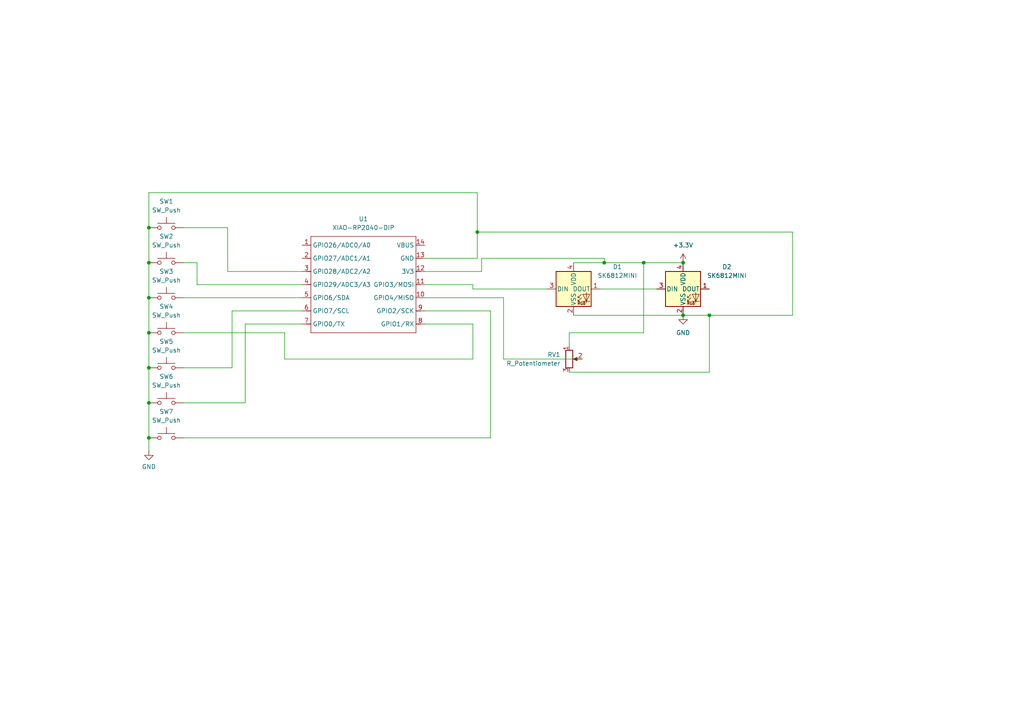
<source format=kicad_sch>
(kicad_sch (version 20250114) (generator "eeschema") (generator_version "9.0")
  (paper "A4")
  (lib_symbols
    (symbol "Device:R_Potentiometer" (pin_names (offset 1.016) (hide yes))
      (property "Reference" "RV" (at -4.445 0 90))
      (property "Value" "R_Potentiometer" (at -2.54 0 90))
      (symbol "R_Potentiometer_0_1"
        (rectangle (start 1.016 2.54) (end -1.016 -2.54) (stroke (width 0.254)))
        (polyline (pts (xy 1.143 0) (xy 2.286 0.508) (xy 2.286 -0.508) (xy 1.143 0)) (fill (type outline)))
        (polyline (pts (xy 2.54 0) (xy 1.524 0)))
      )
      (symbol "R_Potentiometer_1_1"
        (pin passive line (at 0 3.81 270) (length 1.27) (name "1") (number "1"))
        (pin passive line (at 0 -3.81 90) (length 1.27) (name "3") (number "3"))
        (pin passive line (at 3.81 0 180) (length 1.27) (name "2") (number "2"))
      )
    )
    (symbol "LED:SK6812MINI" (pin_names (offset 0.254))
      (property "Reference" "D" (at 5.08 5.715 0))
      (property "Value" "SK6812MINI" (at 1.27 -5.715 0))
      (symbol "SK6812MINI_0_0"
        (text "RGB" (at 2.286 -4.191 0) (effects (font (size 0.762 0.762))))
      )
      (symbol "SK6812MINI_0_1"
        (polyline (pts (xy 1.27 -2.54) (xy 1.778 -2.54)))
        (polyline (pts (xy 1.27 -3.556) (xy 1.778 -3.556)))
        (polyline (pts (xy 2.286 -1.524) (xy 1.27 -2.54) (xy 1.27 -2.032)))
        (polyline (pts (xy 2.286 -2.54) (xy 1.27 -3.556) (xy 1.27 -3.048)))
        (polyline (pts (xy 3.683 -1.016) (xy 3.683 -3.556) (xy 3.683 -4.064)))
        (polyline (pts (xy 4.699 -1.524) (xy 2.667 -1.524) (xy 3.683 -3.556) (xy 4.699 -1.524)))
        (polyline (pts (xy 4.699 -3.556) (xy 2.667 -3.556)))
        (rectangle (start 5.08 5.08) (end -5.08 -5.08) (stroke (width 0.254)) (fill (type background)))
      )
      (symbol "SK6812MINI_1_1"
        (pin input line (at -7.62 0 0) (length 2.54) (name "DIN") (number "3"))
        (pin power_in line (at 0 7.62 270) (length 2.54) (name "VDD") (number "4"))
        (pin power_in line (at 0 -7.62 90) (length 2.54) (name "VSS") (number "2"))
        (pin output line (at 7.62 0 180) (length 2.54) (name "DOUT") (number "1"))
      )
    )
    (symbol "Seeed_Studio_XIAO_Series:XIAO-RP2040-DIP"
      (property "Reference" "U" (at 0 0 0))
      (property "Value" "XIAO-RP2040-DIP" (at 5.334 -1.778 0))
      (symbol "XIAO-RP2040-DIP_1_0"
        (polyline (pts (xy -1.27 -2.54) (xy 29.21 -2.54)) (stroke (width 0.1524)))
        (polyline (pts (xy -1.27 -5.08) (xy -2.54 -5.08)) (stroke (width 0.1524)))
        (polyline (pts (xy -1.27 -5.08) (xy -1.27 -2.54)) (stroke (width 0.1524)))
        (polyline (pts (xy -1.27 -8.89) (xy -2.54 -8.89)) (stroke (width 0.1524)))
        (polyline (pts (xy -1.27 -8.89) (xy -1.27 -5.08)) (stroke (width 0.1524)))
        (polyline (pts (xy -1.27 -12.7) (xy -2.54 -12.7)) (stroke (width 0.1524)))
        (polyline (pts (xy -1.27 -12.7) (xy -1.27 -8.89)) (stroke (width 0.1524)))
        (polyline (pts (xy -1.27 -16.51) (xy -2.54 -16.51)) (stroke (width 0.1524)))
        (polyline (pts (xy -1.27 -16.51) (xy -1.27 -12.7)) (stroke (width 0.1524)))
        (polyline (pts (xy -1.27 -20.32) (xy -2.54 -20.32)) (stroke (width 0.1524)))
        (polyline (pts (xy -1.27 -24.13) (xy -2.54 -24.13)) (stroke (width 0.1524)))
        (polyline (pts (xy -1.27 -27.94) (xy -2.54 -27.94)) (stroke (width 0.1524)))
        (polyline (pts (xy -1.27 -30.48) (xy -1.27 -16.51)) (stroke (width 0.1524)))
        (polyline (pts (xy 29.21 -2.54) (xy 29.21 -5.08)) (stroke (width 0.1524)))
        (polyline (pts (xy 29.21 -5.08) (xy 29.21 -8.89)) (stroke (width 0.1524)))
        (polyline (pts (xy 29.21 -8.89) (xy 29.21 -12.7)) (stroke (width 0.1524)))
        (polyline (pts (xy 29.21 -12.7) (xy 29.21 -30.48)) (stroke (width 0.1524)))
        (polyline (pts (xy 29.21 -30.48) (xy -1.27 -30.48)) (stroke (width 0.1524)))
        (polyline (pts (xy 30.48 -5.08) (xy 29.21 -5.08)) (stroke (width 0.1524)))
        (polyline (pts (xy 30.48 -8.89) (xy 29.21 -8.89)) (stroke (width 0.1524)))
        (polyline (pts (xy 30.48 -12.7) (xy 29.21 -12.7)) (stroke (width 0.1524)))
        (polyline (pts (xy 30.48 -16.51) (xy 29.21 -16.51)) (stroke (width 0.1524)))
        (polyline (pts (xy 30.48 -20.32) (xy 29.21 -20.32)) (stroke (width 0.1524)))
        (polyline (pts (xy 30.48 -24.13) (xy 29.21 -24.13)) (stroke (width 0.1524)))
        (polyline (pts (xy 30.48 -27.94) (xy 29.21 -27.94)) (stroke (width 0.1524)))
        (pin passive line (at -3.81 -5.08 0) (length 2.54) (name "GPIO26/ADC0/A0") (number "1"))
        (pin passive line (at -3.81 -8.89 0) (length 2.54) (name "GPIO27/ADC1/A1") (number "2"))
        (pin passive line (at -3.81 -12.7 0) (length 2.54) (name "GPIO28/ADC2/A2") (number "3"))
        (pin passive line (at -3.81 -16.51 0) (length 2.54) (name "GPIO29/ADC3/A3") (number "4"))
        (pin passive line (at -3.81 -20.32 0) (length 2.54) (name "GPIO6/SDA") (number "5"))
        (pin passive line (at -3.81 -24.13 0) (length 2.54) (name "GPIO7/SCL") (number "6"))
        (pin passive line (at -3.81 -27.94 0) (length 2.54) (name "GPIO0/TX") (number "7"))
        (pin passive line (at 31.75 -5.08 180) (length 2.54) (name "VBUS") (number "14"))
        (pin passive line (at 31.75 -8.89 180) (length 2.54) (name "GND") (number "13"))
        (pin passive line (at 31.75 -12.7 180) (length 2.54) (name "3V3") (number "12"))
        (pin passive line (at 31.75 -16.51 180) (length 2.54) (name "GPIO3/MOSI") (number "11"))
        (pin passive line (at 31.75 -20.32 180) (length 2.54) (name "GPIO4/MISO") (number "10"))
        (pin passive line (at 31.75 -24.13 180) (length 2.54) (name "GPIO2/SCK") (number "9"))
        (pin passive line (at 31.75 -27.94 180) (length 2.54) (name "GPIO1/RX") (number "8"))
      )
    )
    (symbol "Switch:SW_Push" (pin_numbers (hide yes)) (pin_names (offset 1.016) (hide yes))
      (property "Reference" "SW" (at 1.27 2.54 0))
      (property "Value" "SW_Push" (at 0 -1.524 0))
      (symbol "SW_Push_0_1"
        (circle (center -2.032 0) (radius 0.508))
        (polyline (pts (xy 0 1.27) (xy 0 3.048)))
        (circle (center 2.032 0) (radius 0.508))
        (polyline (pts (xy 2.54 1.27) (xy -2.54 1.27)))
        (pin passive line (at -5.08 0 0) (length 2.54) (name "1") (number "1"))
        (pin passive line (at 5.08 0 180) (length 2.54) (name "2") (number "2"))
      )
    )
    (symbol "power:+3.3V" (power) (pin_numbers (hide yes)) (pin_names (offset 0) (hide yes))
      (property "Value" "+3.3V" (at 0 3.556 0))
      (symbol "+3.3V_0_1"
        (polyline (pts (xy -0.762 1.27) (xy 0 2.54)))
        (polyline (pts (xy 0 2.54) (xy 0.762 1.27)))
        (polyline (pts (xy 0 0) (xy 0 2.54)))
      )
      (symbol "+3.3V_1_1"
        (pin power_in line (at 0 0 90) (length 0) (name "~") (number "1"))
      )
    )
    (symbol "power:GND" (power) (pin_numbers (hide yes)) (pin_names (offset 0) (hide yes))
      (property "Value" "GND" (at 0 -3.81 0))
      (symbol "GND_0_1"
        (polyline (pts (xy 0 0) (xy 0 -1.27) (xy 1.27 -1.27) (xy 0 -2.54) (xy -1.27 -1.27) (xy 0 -1.27)))
      )
      (symbol "GND_1_1"
        (pin power_in line (at 0 0 270) (length 0) (name "~") (number "1"))
      )
    )
  )
  (junction (at 198.12 91.44))
  (junction (at 43.18 116.84))
  (junction (at 198.12 76.2))
  (junction (at 43.18 96.52))
  (junction (at 186.69 76.2))
  (junction (at 43.18 106.68))
  (junction (at 43.18 127))
  (junction (at 43.18 86.36))
  (junction (at 43.18 66.04))
  (junction (at 43.18 76.2))
  (junction (at 175.26 76.2))
  (junction (at 138.43 67.31))
  (junction (at 205.74 91.44))
  (wire (pts (xy 173.99 83.82) (xy 190.5 83.82)))
  (wire (pts (xy 67.31 106.68) (xy 67.31 90.17)))
  (wire (pts (xy 43.18 127) (xy 43.18 130.81)))
  (wire (pts (xy 67.31 90.17) (xy 87.63 90.17)))
  (wire (pts (xy 138.43 55.88) (xy 138.43 67.31)))
  (wire (pts (xy 158.75 83.82) (xy 137.16 83.82)))
  (wire (pts (xy 123.19 74.93) (xy 138.43 74.93)))
  (wire (pts (xy 175.26 74.93) (xy 175.26 76.2)))
  (wire (pts (xy 43.18 96.52) (xy 43.18 106.68)))
  (wire (pts (xy 43.18 55.88) (xy 43.18 66.04)))
  (wire (pts (xy 53.34 116.84) (xy 71.12 116.84)))
  (wire (pts (xy 123.19 78.74) (xy 139.7 78.74)))
  (wire (pts (xy 66.04 78.74) (xy 87.63 78.74)))
  (wire (pts (xy 123.19 86.36) (xy 146.05 86.36)))
  (wire (pts (xy 146.05 104.14) (xy 146.05 86.36)))
  (wire (pts (xy 71.12 116.84) (xy 71.12 93.98)))
  (wire (pts (xy 168.91 104.14) (xy 146.05 104.14)))
  (wire (pts (xy 123.19 90.17) (xy 142.24 90.17)))
  (wire (pts (xy 53.34 96.52) (xy 82.55 96.52)))
  (wire (pts (xy 66.04 66.04) (xy 66.04 78.74)))
  (wire (pts (xy 137.16 104.14) (xy 137.16 93.98)))
  (wire (pts (xy 53.34 106.68) (xy 67.31 106.68)))
  (wire (pts (xy 53.34 127) (xy 142.24 127)))
  (wire (pts (xy 229.87 91.44) (xy 205.74 91.44)))
  (wire (pts (xy 165.1 96.52) (xy 186.69 96.52)))
  (wire (pts (xy 165.1 100.33) (xy 165.1 96.52)))
  (wire (pts (xy 137.16 83.82) (xy 137.16 82.55)))
  (wire (pts (xy 43.18 66.04) (xy 43.18 76.2)))
  (wire (pts (xy 57.15 82.55) (xy 87.63 82.55)))
  (wire (pts (xy 43.18 106.68) (xy 43.18 116.84)))
  (wire (pts (xy 205.74 91.44) (xy 198.12 91.44)))
  (wire (pts (xy 166.37 76.2) (xy 175.26 76.2)))
  (wire (pts (xy 123.19 82.55) (xy 137.16 82.55)))
  (wire (pts (xy 43.18 116.84) (xy 43.18 127)))
  (wire (pts (xy 142.24 127) (xy 142.24 90.17)))
  (wire (pts (xy 186.69 76.2) (xy 198.12 76.2)))
  (wire (pts (xy 53.34 76.2) (xy 57.15 76.2)))
  (wire (pts (xy 165.1 107.95) (xy 205.74 107.95)))
  (wire (pts (xy 43.18 76.2) (xy 43.18 86.36)))
  (wire (pts (xy 53.34 86.36) (xy 87.63 86.36)))
  (wire (pts (xy 138.43 67.31) (xy 229.87 67.31)))
  (wire (pts (xy 82.55 96.52) (xy 82.55 104.14)))
  (wire (pts (xy 186.69 96.52) (xy 186.69 76.2)))
  (wire (pts (xy 138.43 67.31) (xy 138.43 74.93)))
  (wire (pts (xy 166.37 91.44) (xy 198.12 91.44)))
  (wire (pts (xy 43.18 55.88) (xy 138.43 55.88)))
  (wire (pts (xy 57.15 76.2) (xy 57.15 82.55)))
  (wire (pts (xy 53.34 66.04) (xy 66.04 66.04)))
  (wire (pts (xy 229.87 67.31) (xy 229.87 91.44)))
  (wire (pts (xy 71.12 93.98) (xy 87.63 93.98)))
  (wire (pts (xy 139.7 74.93) (xy 139.7 78.74)))
  (wire (pts (xy 123.19 93.98) (xy 137.16 93.98)))
  (wire (pts (xy 43.18 86.36) (xy 43.18 96.52)))
  (wire (pts (xy 175.26 76.2) (xy 186.69 76.2)))
  (wire (pts (xy 175.26 74.93) (xy 139.7 74.93)))
  (wire (pts (xy 82.55 104.14) (xy 137.16 104.14)))
  (wire (pts (xy 205.74 107.95) (xy 205.74 91.44)))
  (symbol (lib_id "Switch:SW_Push") (at 48.26 86.36 0) (unit 1)
    (property "Reference" "SW3" (at 48.26 78.74 0))
    (property "Value" "SW_Push" (at 48.26 81.28 0))
    (property "Footprint" "Button_Switch_Keyboard:SW_Cherry_MX_1.00u_PCB" (effects (hide yes)))
    (property "Description" "Push button switch, generic, two pins" (effects (hide yes)))
  )
  (symbol (lib_id "power:GND") (at 43.18 130.81 0) (unit 1)
    (property "Reference" "#PWR01" (effects (hide yes)))
    (property "Value" "GND" (at 43.18 135.382 0))
    (property "Description" "Power symbol creates a global label with name \"GND\" , ground" (effects (hide yes)))
  )
  (symbol (lib_id "Seeed_Studio_XIAO_Series:XIAO-RP2040-DIP") (at 91.44 66.04 0) (unit 1)
    (property "Reference" "U1" (at 105.41 63.5 0))
    (property "Value" "XIAO-RP2040-DIP" (at 105.41 66.04 0))
    (property "Footprint" "OPL_XIAO-Family:XIAO-RP2040-DIP" (effects (hide yes)))
  )
  (symbol (lib_id "Switch:SW_Push") (at 48.26 127 0) (unit 1)
    (property "Reference" "SW7" (at 48.26 119.38 0))
    (property "Value" "SW_Push" (at 48.26 121.92 0))
    (property "Footprint" "Button_Switch_Keyboard:SW_Cherry_MX_1.00u_PCB" (effects (hide yes)))
    (property "Description" "Push button switch, generic, two pins" (effects (hide yes)))
  )
  (symbol (lib_id "LED:SK6812MINI") (at 166.37 83.82 0) (unit 1)
    (property "Reference" "D1" (at 179.07 77.3998 0))
    (property "Value" "SK6812MINI" (at 179.07 79.9398 0))
    (property "Footprint" "LED_SMD:LED_SK6812MINI_PLCC4_3.5x3.5mm_P1.75mm" (effects (hide yes)))
    (property "Datasheet" "https://cdn-shop.adafruit.com/product-files/2686/SK6812MINI_REV.01-1-2.pdf" (effects (hide yes)))
    (property "Description" "RGB LED with integrated controller" (effects (hide yes)))
  )
  (symbol (lib_id "power:GND") (at 198.12 91.44 0) (unit 1)
    (property "Reference" "#PWR02" (effects (hide yes)))
    (property "Value" "GND" (at 198.12 96.52 0))
    (property "Description" "Power symbol creates a global label with name \"GND\" , ground" (effects (hide yes)))
  )
  (symbol (lib_id "Device:R_Potentiometer") (at 165.1 104.14 0) (unit 1)
    (property "Reference" "RV1" (at 162.56 102.8699 0) (effects (justify right)))
    (property "Value" "R_Potentiometer" (at 162.56 105.4099 0) (effects (justify right)))
    (property "Footprint" "Potentiometer_SMD:Potentiometer_ACP_CA6-VSMD_Vertical" (effects (hide yes)))
    (property "Description" "Potentiometer" (effects (hide yes)))
  )
  (symbol (lib_id "Switch:SW_Push") (at 48.26 116.84 0) (unit 1)
    (property "Reference" "SW6" (at 48.26 109.22 0))
    (property "Value" "SW_Push" (at 48.26 111.76 0))
    (property "Footprint" "Button_Switch_Keyboard:SW_Cherry_MX_1.00u_PCB" (effects (hide yes)))
    (property "Description" "Push button switch, generic, two pins" (effects (hide yes)))
  )
  (symbol (lib_id "Switch:SW_Push") (at 48.26 76.2 0) (unit 1)
    (property "Reference" "SW2" (at 48.26 68.58 0))
    (property "Value" "SW_Push" (at 48.26 71.12 0))
    (property "Footprint" "Button_Switch_Keyboard:SW_Cherry_MX_1.00u_PCB" (effects (hide yes)))
    (property "Description" "Push button switch, generic, two pins" (effects (hide yes)))
  )
  (symbol (lib_id "Switch:SW_Push") (at 48.26 66.04 0) (unit 1)
    (property "Reference" "SW1" (at 48.26 58.42 0))
    (property "Value" "SW_Push" (at 48.26 60.96 0))
    (property "Footprint" "Button_Switch_Keyboard:SW_Cherry_MX_1.00u_PCB" (effects (hide yes)))
    (property "Description" "Push button switch, generic, two pins" (effects (hide yes)))
  )
  (symbol (lib_id "LED:SK6812MINI") (at 198.12 83.82 0) (unit 1)
    (property "Reference" "D2" (at 210.82 77.3998 0))
    (property "Value" "SK6812MINI" (at 210.82 79.9398 0))
    (property "Footprint" "LED_SMD:LED_SK6812MINI_PLCC4_3.5x3.5mm_P1.75mm" (effects (hide yes)))
    (property "Datasheet" "https://cdn-shop.adafruit.com/product-files/2686/SK6812MINI_REV.01-1-2.pdf" (effects (hide yes)))
    (property "Description" "RGB LED with integrated controller" (effects (hide yes)))
  )
  (symbol (lib_id "Switch:SW_Push") (at 48.26 96.52 0) (unit 1)
    (property "Reference" "SW4" (at 48.26 88.9 0))
    (property "Value" "SW_Push" (at 48.26 91.44 0))
    (property "Footprint" "Button_Switch_Keyboard:SW_Cherry_MX_1.00u_PCB" (effects (hide yes)))
    (property "Description" "Push button switch, generic, two pins" (effects (hide yes)))
  )
  (symbol (lib_id "Switch:SW_Push") (at 48.26 106.68 0) (unit 1)
    (property "Reference" "SW5" (at 48.26 99.06 0))
    (property "Value" "SW_Push" (at 48.26 101.6 0))
    (property "Footprint" "Button_Switch_Keyboard:SW_Cherry_MX_1.00u_PCB" (effects (hide yes)))
    (property "Description" "Push button switch, generic, two pins" (effects (hide yes)))
  )
  (symbol (lib_id "power:+3.3V") (at 198.12 76.2 0) (unit 1)
    (property "Reference" "#PWR05" (effects (hide yes)))
    (property "Value" "+3.3V" (at 198.12 71.12 0))
    (property "Description" "Power symbol creates a global label with name \"+3.3V\"" (effects (hide yes)))
  )
)
</source>
